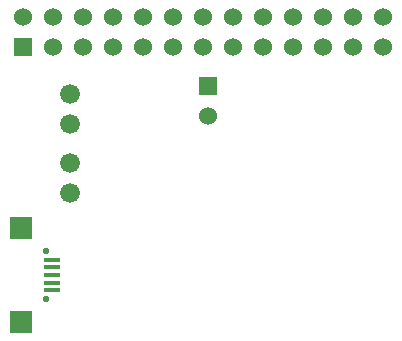
<source format=gbs>
G04 #@! TF.FileFunction,Soldermask,Bot*
%FSLAX46Y46*%
G04 Gerber Fmt 4.6, Leading zero omitted, Abs format (unit mm)*
G04 Created by KiCad (PCBNEW (after 2015-mar-04 BZR unknown)-product) date 10/20/2015 4:53:56 PM*
%MOMM*%
G01*
G04 APERTURE LIST*
%ADD10C,0.150000*%
%ADD11R,1.524000X1.524000*%
%ADD12C,1.524000*%
%ADD13C,1.676400*%
%ADD14R,1.350000X0.400000*%
%ADD15C,0.550000*%
%ADD16R,1.900000X1.900000*%
G04 APERTURE END LIST*
D10*
D11*
X139905000Y-77445000D03*
D12*
X139905000Y-74905000D03*
X142445000Y-77445000D03*
X142445000Y-74905000D03*
X144985000Y-77445000D03*
X144985000Y-74905000D03*
X147525000Y-77445000D03*
X147525000Y-74905000D03*
X150065000Y-77445000D03*
X150065000Y-74905000D03*
X152605000Y-77445000D03*
X152605000Y-74905000D03*
X155145000Y-77445000D03*
X155145000Y-74905000D03*
X157685000Y-77445000D03*
X157685000Y-74905000D03*
X160225000Y-77445000D03*
X160225000Y-74905000D03*
X162765000Y-77445000D03*
X162765000Y-74905000D03*
X165305000Y-77445000D03*
X165305000Y-74905000D03*
X167845000Y-77445000D03*
X167845000Y-74905000D03*
X170385000Y-77445000D03*
X170385000Y-74905000D03*
D11*
X155526000Y-80747000D03*
D12*
X155526000Y-83287000D03*
D13*
X143842000Y-87224000D03*
X143842000Y-89764000D03*
X143880000Y-81380000D03*
X143880000Y-83920000D03*
D14*
X142330000Y-98040000D03*
X142330000Y-97390000D03*
X142330000Y-96740000D03*
X142330000Y-96090000D03*
X142330000Y-95440000D03*
D15*
X141805000Y-98740000D03*
X141805000Y-94740000D03*
D16*
X139705000Y-100690000D03*
X139705000Y-92790000D03*
M02*

</source>
